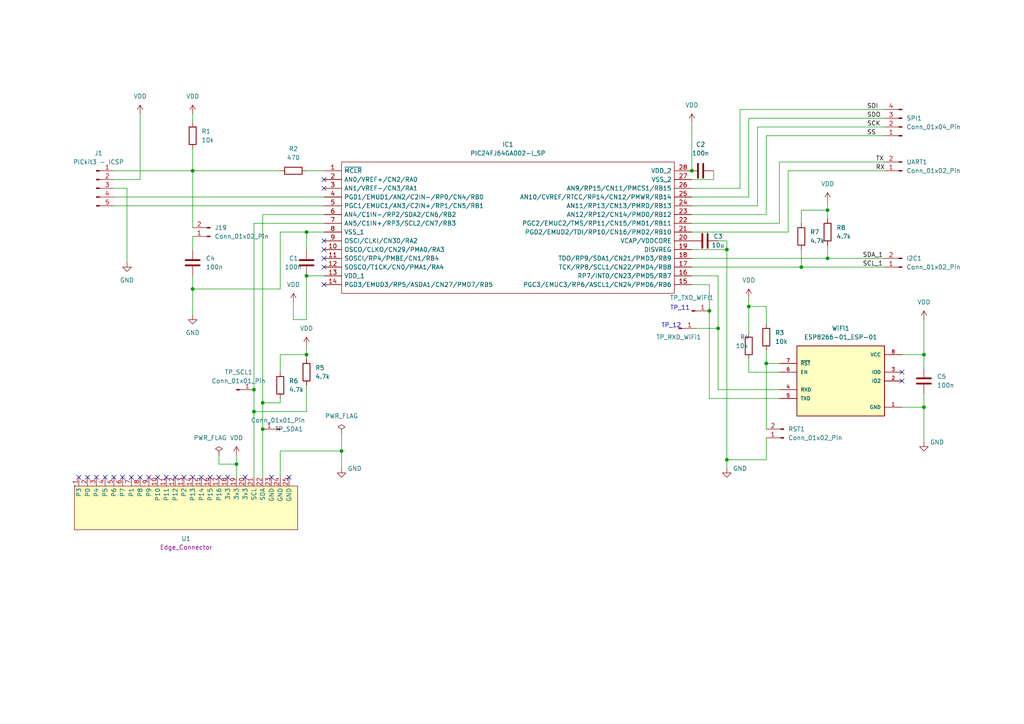
<source format=kicad_sch>
(kicad_sch (version 20230121) (generator eeschema)
  (paper "A4")
  (title_block (title "AUTONOMNO VOZILO") (date "2024-02-01") (company "ETF Banja Luka"))
  (lib_symbols
    (symbol "Connector:Conn_01x01_Pin" (pin_names (offset 1.016) hide)
      (property "Reference" "J" (at 0 2.54 0))
      (property "Value" "Conn_01x01_Pin" (at 0 -2.54 0))
      (symbol "Conn_01x01_Pin_1_1"
        (polyline (pts (xy 1.27 0) (xy 0.8636 0)) (stroke (width 0.1524)))
        (rectangle (start 0.8636 0.127) (end 0 -0.127) (stroke (width 0.1524)) (fill (type outline)))
        (pin passive line (at 5.08 0 180) (length 3.81) (name "Pin_1") (number "1"))
      )
    )
    (symbol "Connector:Conn_01x02_Pin" (pin_names (offset 1.016) hide)
      (property "Reference" "J" (at 0 2.54 0))
      (property "Value" "Conn_01x02_Pin" (at 0 -5.08 0))
      (symbol "Conn_01x02_Pin_1_1"
        (polyline (pts (xy 1.27 -2.54) (xy 0.8636 -2.54)) (stroke (width 0.1524)))
        (polyline (pts (xy 1.27 0) (xy 0.8636 0)) (stroke (width 0.1524)))
        (rectangle (start 0.8636 -2.413) (end 0 -2.667) (stroke (width 0.1524)) (fill (type outline)))
        (rectangle (start 0.8636 0.127) (end 0 -0.127) (stroke (width 0.1524)) (fill (type outline)))
        (pin passive line (at 5.08 0 180) (length 3.81) (name "Pin_1") (number "1"))
        (pin passive line (at 5.08 -2.54 180) (length 3.81) (name "Pin_2") (number "2"))
      )
    )
    (symbol "Connector:Conn_01x04_Pin" (pin_names (offset 1.016) hide)
      (property "Reference" "J" (at 0 5.08 0))
      (property "Value" "Conn_01x04_Pin" (at 0 -7.62 0))
      (symbol "Conn_01x04_Pin_1_1"
        (polyline (pts (xy 1.27 -5.08) (xy 0.8636 -5.08)) (stroke (width 0.1524)))
        (polyline (pts (xy 1.27 -2.54) (xy 0.8636 -2.54)) (stroke (width 0.1524)))
        (polyline (pts (xy 1.27 0) (xy 0.8636 0)) (stroke (width 0.1524)))
        (polyline (pts (xy 1.27 2.54) (xy 0.8636 2.54)) (stroke (width 0.1524)))
        (rectangle (start 0.8636 -4.953) (end 0 -5.207) (stroke (width 0.1524)) (fill (type outline)))
        (rectangle (start 0.8636 -2.413) (end 0 -2.667) (stroke (width 0.1524)) (fill (type outline)))
        (rectangle (start 0.8636 0.127) (end 0 -0.127) (stroke (width 0.1524)) (fill (type outline)))
        (rectangle (start 0.8636 2.667) (end 0 2.413) (stroke (width 0.1524)) (fill (type outline)))
        (pin passive line (at 5.08 2.54 180) (length 3.81) (name "Pin_1") (number "1"))
        (pin passive line (at 5.08 0 180) (length 3.81) (name "Pin_2") (number "2"))
        (pin passive line (at 5.08 -2.54 180) (length 3.81) (name "Pin_3") (number "3"))
        (pin passive line (at 5.08 -5.08 180) (length 3.81) (name "Pin_4") (number "4"))
      )
    )
    (symbol "Connector:Conn_01x05_Pin" (pin_names (offset 1.016) hide)
      (property "Reference" "J" (at 0 7.62 0))
      (property "Value" "Conn_01x05_Pin" (at 0 -7.62 0))
      (symbol "Conn_01x05_Pin_1_1"
        (polyline (pts (xy 1.27 -5.08) (xy 0.8636 -5.08)) (stroke (width 0.1524)))
        (polyline (pts (xy 1.27 -2.54) (xy 0.8636 -2.54)) (stroke (width 0.1524)))
        (polyline (pts (xy 1.27 0) (xy 0.8636 0)) (stroke (width 0.1524)))
        (polyline (pts (xy 1.27 2.54) (xy 0.8636 2.54)) (stroke (width 0.1524)))
        (polyline (pts (xy 1.27 5.08) (xy 0.8636 5.08)) (stroke (width 0.1524)))
        (rectangle (start 0.8636 -4.953) (end 0 -5.207) (stroke (width 0.1524)) (fill (type outline)))
        (rectangle (start 0.8636 -2.413) (end 0 -2.667) (stroke (width 0.1524)) (fill (type outline)))
        (rectangle (start 0.8636 0.127) (end 0 -0.127) (stroke (width 0.1524)) (fill (type outline)))
        (rectangle (start 0.8636 2.667) (end 0 2.413) (stroke (width 0.1524)) (fill (type outline)))
        (rectangle (start 0.8636 5.207) (end 0 4.953) (stroke (width 0.1524)) (fill (type outline)))
        (pin passive line (at 5.08 5.08 180) (length 3.81) (name "Pin_1") (number "1"))
        (pin passive line (at 5.08 2.54 180) (length 3.81) (name "Pin_2") (number "2"))
        (pin passive line (at 5.08 0 180) (length 3.81) (name "Pin_3") (number "3"))
        (pin passive line (at 5.08 -2.54 180) (length 3.81) (name "Pin_4") (number "4"))
        (pin passive line (at 5.08 -5.08 180) (length 3.81) (name "Pin_5") (number "5"))
      )
    )
    (symbol "Device:C" (pin_numbers hide) (pin_names (offset 0.254))
      (property "Reference" "C" (at 0.635 2.54 0))
      (property "Value" "C" (at 0.635 -2.54 0))
      (symbol "C_0_1"
        (polyline (pts (xy -2.032 -0.762) (xy 2.032 -0.762)) (stroke (width 0.508)))
        (polyline (pts (xy -2.032 0.762) (xy 2.032 0.762)) (stroke (width 0.508)))
      )
      (symbol "C_1_1"
        (pin passive line (at 0 3.81 270) (length 2.794) (name "~") (number "1"))
        (pin passive line (at 0 -3.81 90) (length 2.794) (name "~") (number "2"))
      )
    )
    (symbol "Device:R" (pin_numbers hide) (pin_names (offset 0))
      (property "Reference" "R" (at 2.032 0 90))
      (property "Value" "R" (at 0 0 90))
      (symbol "R_0_1"
        (rectangle (start -1.016 -2.54) (end 1.016 2.54) (stroke (width 0.254)))
      )
      (symbol "R_1_1"
        (pin passive line (at 0 3.81 270) (length 1.27) (name "~") (number "1"))
        (pin passive line (at 0 -3.81 90) (length 1.27) (name "~") (number "2"))
      )
    )
    (symbol "Edge_Connector:Edge_Connector"
      (property "Reference" "U" (at 1.27 66.04 0))
      (property "Symbol Name" "Edge_Connector" (at 6.35 -1.27 0))
      (symbol "Edge_Connector_1_1"
        (rectangle (start 0 64.77) (end 12.7 0) (fill (type background)))
        (pin input line (at -2.54 1.27 0) (length 2.54) (name "P3") (number "1"))
        (pin input line (at -2.54 24.13 0) (length 2.54) (name "P10") (number "10"))
        (pin input line (at -2.54 26.67 0) (length 2.54) (name "P11") (number "11"))
        (pin input line (at -2.54 29.21 0) (length 2.54) (name "P12") (number "12"))
        (pin input line (at -2.54 31.75 0) (length 2.54) (name "P2") (number "13"))
        (pin input line (at -2.54 34.29 0) (length 2.54) (name "P13") (number "14"))
        (pin input line (at -2.54 36.83 0) (length 2.54) (name "P14") (number "15"))
        (pin input line (at -2.54 39.37 0) (length 2.54) (name "P15") (number "16"))
        (pin input line (at -2.54 41.91 0) (length 2.54) (name "P16") (number "17"))
        (pin input line (at -2.54 44.45 0) (length 2.54) (name "3v3") (number "18"))
        (pin input line (at -2.54 46.99 0) (length 2.54) (name "3v3") (number "19"))
        (pin input line (at -2.54 3.81 0) (length 2.54) (name "P0") (number "2"))
        (pin input line (at -2.54 49.53 0) (length 2.54) (name "3v3") (number "20"))
        (pin input line (at -2.54 52.07 0) (length 2.54) (name "SCL") (number "21"))
        (pin input line (at -2.54 54.61 0) (length 2.54) (name "SDA") (number "22"))
        (pin input line (at -2.54 57.15 0) (length 2.54) (name "GND") (number "23"))
        (pin input line (at -2.54 59.69 0) (length 2.54) (name "GND") (number "24"))
        (pin input line (at -2.54 62.23 0) (length 2.54) (name "GND") (number "25"))
        (pin input line (at -2.54 6.35 0) (length 2.54) (name "P4") (number "3"))
        (pin input line (at -2.54 8.89 0) (length 2.54) (name "P5") (number "4"))
        (pin input line (at -2.54 11.43 0) (length 2.54) (name "P6") (number "5"))
        (pin input line (at -2.54 13.97 0) (length 2.54) (name "P7") (number "6"))
        (pin input line (at -2.54 16.51 0) (length 2.54) (name "P1") (number "7"))
        (pin input line (at -2.54 19.05 0) (length 2.54) (name "P8") (number "8"))
        (pin input line (at -2.54 21.59 0) (length 2.54) (name "P9") (number "9"))
      )
    )
    (symbol "PIC24FJ64GA002-I_SP:PIC24FJ64GA002-I_SP" (pin_names (offset 0.762))
      (property "Reference" "IC" (at 102.87 7.62 0))
      (property "Value" "PIC24FJ64GA002-I_SP" (at 102.87 5.08 0))
      (symbol "PIC24FJ64GA002-I_SP_0_0"
        (pin passive line (at 0 0 0) (length 5.08) (name "~{MCLR}") (number "1"))
        (pin passive line (at 0 -22.86 0) (length 5.08) (name "OSCO/CLKO/CN29/PMA0/RA3") (number "10"))
        (pin passive line (at 0 -25.4 0) (length 5.08) (name "SOSCI/RP4/PMBE/CN1/RB4") (number "11"))
        (pin passive line (at 0 -27.94 0) (length 5.08) (name "SOSCO/T1CK/CN0/PMA1/RA4") (number "12"))
        (pin passive line (at 0 -30.48 0) (length 5.08) (name "VDD_1") (number "13"))
        (pin passive line (at 0 -33.02 0) (length 5.08) (name "PGD3/EMUD3/RP5/ASDA1/CN27/PMD7/RB5") (number "14"))
        (pin passive line (at 106.68 -33.02 180) (length 5.08) (name "PGC3/EMUC3/RP6/ASCL1/CN24/PMD6/RB6") (number "15"))
        (pin passive line (at 106.68 -30.48 180) (length 5.08) (name "RP7/INT0/CN23/PMD5/RB7") (number "16"))
        (pin passive line (at 106.68 -27.94 180) (length 5.08) (name "TCK/RP8/SCL1/CN22/PMD4/RB8") (number "17"))
        (pin passive line (at 106.68 -25.4 180) (length 5.08) (name "TDO/RP9/SDA1/CN21/PMD3/RB9") (number "18"))
        (pin passive line (at 106.68 -22.86 180) (length 5.08) (name "DISVREG") (number "19"))
        (pin passive line (at 0 -2.54 0) (length 5.08) (name "AN0/VREF+/CN2/RA0") (number "2"))
        (pin passive line (at 106.68 -20.32 180) (length 5.08) (name "VCAP/VDDCORE") (number "20"))
        (pin passive line (at 106.68 -17.78 180) (length 5.08) (name "PGD2/EMUD2/TDI/RP10/CN16/PMD2/RB10") (number "21"))
        (pin passive line (at 106.68 -15.24 180) (length 5.08) (name "PGC2/EMUC2/TMS/RP11/CN15/PMD1/RB11") (number "22"))
        (pin passive line (at 106.68 -12.7 180) (length 5.08) (name "AN12/RP12/CN14/PMD0/RB12") (number "23"))
        (pin passive line (at 106.68 -10.16 180) (length 5.08) (name "AN11/RP13/CN13/PMRD/RB13") (number "24"))
        (pin passive line (at 106.68 -7.62 180) (length 5.08) (name "AN10/CVREF/RTCC/RP14/CN12/PMWR/RB14") (number "25"))
        (pin passive line (at 106.68 -5.08 180) (length 5.08) (name "AN9/RP15/CN11/PMCS1/RB15") (number "26"))
        (pin passive line (at 106.68 -2.54 180) (length 5.08) (name "VSS_2") (number "27"))
        (pin passive line (at 106.68 0 180) (length 5.08) (name "VDD_2") (number "28"))
        (pin passive line (at 0 -5.08 0) (length 5.08) (name "AN1/VREF-/CN3/RA1") (number "3"))
        (pin passive line (at 0 -7.62 0) (length 5.08) (name "PGD1/EMUD1/AN2/C2IN-/RP0/CN4/RB0") (number "4"))
        (pin passive line (at 0 -10.16 0) (length 5.08) (name "PGC1/EMUC1/AN3/C2IN+/RP1/CN5/RB1") (number "5"))
        (pin passive line (at 0 -12.7 0) (length 5.08) (name "AN4/C1IN-/RP2/SDA2/CN6/RB2") (number "6"))
        (pin passive line (at 0 -15.24 0) (length 5.08) (name "AN5/C1IN+/RP3/SCL2/CN7/RB3") (number "7"))
        (pin passive line (at 0 -17.78 0) (length 5.08) (name "VSS_1") (number "8"))
        (pin passive line (at 0 -20.32 0) (length 5.08) (name "OSCI/CLKI/CN30/RA2") (number "9"))
      )
      (symbol "PIC24FJ64GA002-I_SP_0_1"
        (polyline (pts (xy 5.08 2.54) (xy 101.6 2.54) (xy 101.6 -35.56) (xy 5.08 -35.56) (xy 5.08 2.54)) (stroke (width 0.1524)))
      )
    )
    (symbol "WiFi:ESP8266-01_ESP-01" (pin_names (offset 1.016))
      (property "Reference" "U" (at -12.7094 10.6778 0))
      (property "Value" "ESP8266-01_ESP-01" (at -12.7131 -12.7131 0))
      (symbol "ESP8266-01_ESP-01_0_0"
        (rectangle (start -12.7 -10.16) (end 12.7 10.16) (stroke (width 0.254)) (fill (type background)))
        (pin power_in line (at 17.78 -7.62 180) (length 5.08) (name "GND") (number "1"))
        (pin bidirectional line (at 17.78 0 180) (length 5.08) (name "IO2") (number "2"))
        (pin bidirectional line (at 17.78 2.54 180) (length 5.08) (name "IO0") (number "3"))
        (pin input line (at -17.78 -2.54 0) (length 5.08) (name "RXD") (number "4"))
        (pin output line (at -17.78 -5.08 0) (length 5.08) (name "TXD") (number "5"))
        (pin input line (at -17.78 2.54 0) (length 5.08) (name "EN") (number "6"))
        (pin input line (at -17.78 5.08 0) (length 5.08) (name "~{RST}") (number "7"))
        (pin power_in line (at 17.78 7.62 180) (length 5.08) (name "VCC") (number "8"))
      )
    )
    (symbol "power:GND" (power) (pin_names (offset 0))
      (property "Value" "GND" (at 0 -3.81 0))
      (symbol "GND_0_1"
        (polyline (pts (xy 0 0) (xy 0 -1.27) (xy 1.27 -1.27) (xy 0 -2.54) (xy -1.27 -1.27) (xy 0 -1.27)))
      )
      (symbol "GND_1_1"
        (pin power_in line (at 0 0 270) (length 0) hide (name "GND") (number "1"))
      )
    )
    (symbol "power:PWR_FLAG" (power) (pin_numbers hide) (pin_names (offset 0) hide)
      (property "Value" "PWR_FLAG" (at 0 3.81 0))
      (symbol "PWR_FLAG_0_0"
        (pin power_out line (at 0 0 90) (length 0) (name "pwr") (number "1"))
      )
      (symbol "PWR_FLAG_0_1"
        (polyline (pts (xy 0 0) (xy 0 1.27) (xy -1.016 1.905) (xy 0 2.54) (xy 1.016 1.905) (xy 0 1.27)))
      )
    )
    (symbol "power:VDD" (power) (pin_names (offset 0))
      (property "Value" "VDD" (at 0 3.81 0))
      (symbol "VDD_0_1"
        (polyline (pts (xy -0.762 1.27) (xy 0 2.54)))
        (polyline (pts (xy 0 0) (xy 0 2.54)))
        (polyline (pts (xy 0 2.54) (xy 0.762 1.27)))
      )
      (symbol "VDD_1_1"
        (pin power_in line (at 0 0 90) (length 0) hide (name "VDD") (number "1"))
      )
    )
  )
  (junction (at 88.9 102.87))
  (junction (at 55.88 83.82))
  (junction (at 88.9 67.31))
  (junction (at 222.25 105.41))
  (junction (at 267.97 118.11))
  (junction (at 240.03 74.93))
  (junction (at 55.88 49.53))
  (junction (at 73.66 119.38))
  (junction (at 76.2 124.46))
  (junction (at 205.74 90.17))
  (junction (at 68.58 134.62))
  (junction (at 208.28 95.25))
  (junction (at 232.41 77.47))
  (junction (at 73.66 113.03))
  (junction (at 217.17 88.9))
  (junction (at 267.97 102.87))
  (junction (at 210.82 133.35))
  (junction (at 240.03 60.96))
  (junction (at 99.06 130.81))
  (junction (at 210.82 72.39))
  (junction (at 200.66 49.53))
  (junction (at 88.9 80.01))
  (junction (at 76.2 116.84))
  (no_connect (at 55.88 138.43))
  (no_connect (at 25.4 138.43))
  (no_connect (at 35.56 138.43))
  (no_connect (at 93.98 72.39))
  (no_connect (at 71.12 138.43))
  (no_connect (at 33.02 138.43))
  (no_connect (at 93.98 77.47))
  (no_connect (at 93.98 74.93))
  (no_connect (at 58.42 138.43))
  (no_connect (at 43.18 138.43))
  (no_connect (at 78.74 138.43))
  (no_connect (at 261.62 107.95))
  (no_connect (at 30.48 138.43))
  (no_connect (at 48.26 138.43))
  (no_connect (at 93.98 52.07))
  (no_connect (at 50.8 138.43))
  (no_connect (at 38.1 138.43))
  (no_connect (at 60.96 138.43))
  (no_connect (at 63.5 138.43))
  (no_connect (at 93.98 82.55))
  (no_connect (at 261.62 110.49))
  (no_connect (at 40.64 138.43))
  (no_connect (at 83.82 138.43))
  (no_connect (at 93.98 69.85))
  (no_connect (at 45.72 138.43))
  (no_connect (at 53.34 138.43))
  (no_connect (at 66.04 138.43))
  (no_connect (at 27.94 138.43))
  (no_connect (at 93.98 54.61))
  (no_connect (at 22.86 138.43))
  (wire (pts (xy 55.88 49.53) (xy 55.88 66.04)))
  (wire (pts (xy 205.74 90.17) (xy 205.74 115.57)))
  (wire (pts (xy 261.62 102.87) (xy 267.97 102.87)))
  (wire (pts (xy 81.28 107.95) (xy 81.28 102.87)))
  (wire (pts (xy 81.28 138.43) (xy 81.28 130.81)))
  (wire (pts (xy 81.28 83.82) (xy 81.28 67.31)))
  (wire (pts (xy 81.28 67.31) (xy 88.9 67.31)))
  (wire (pts (xy 93.98 62.23) (xy 76.2 62.23)))
  (wire (pts (xy 232.41 64.77) (xy 232.41 60.96)))
  (wire (pts (xy 222.25 93.98) (xy 222.25 88.9)))
  (wire (pts (xy 228.6 49.53) (xy 256.54 49.53)))
  (wire (pts (xy 200.66 62.23) (xy 222.25 62.23)))
  (wire (pts (xy 76.2 124.46) (xy 76.2 138.43)))
  (wire (pts (xy 73.66 119.38) (xy 88.9 119.38)))
  (wire (pts (xy 205.74 82.55) (xy 205.74 90.17)))
  (wire (pts (xy 208.28 95.25) (xy 208.28 113.03)))
  (wire (pts (xy 214.63 31.75) (xy 256.54 31.75)))
  (wire (pts (xy 81.28 130.81) (xy 99.06 130.81)))
  (wire (pts (xy 73.66 64.77) (xy 73.66 113.03)))
  (wire (pts (xy 55.88 83.82) (xy 81.28 83.82)))
  (wire (pts (xy 200.66 57.15) (xy 217.17 57.15)))
  (wire (pts (xy 222.25 39.37) (xy 256.54 39.37)))
  (wire (pts (xy 217.17 107.95) (xy 226.06 107.95)))
  (wire (pts (xy 36.83 54.61) (xy 36.83 76.2)))
  (wire (pts (xy 63.5 132.08) (xy 63.5 134.62)))
  (wire (pts (xy 205.74 115.57) (xy 226.06 115.57)))
  (wire (pts (xy 240.03 71.12) (xy 240.03 74.93)))
  (wire (pts (xy 93.98 67.31) (xy 88.9 67.31)))
  (wire (pts (xy 222.25 127) (xy 222.25 133.35)))
  (wire (pts (xy 217.17 86.36) (xy 217.17 88.9)))
  (wire (pts (xy 200.66 72.39) (xy 210.82 72.39)))
  (wire (pts (xy 81.28 102.87) (xy 88.9 102.87)))
  (wire (pts (xy 55.88 68.58) (xy 55.88 72.39)))
  (wire (pts (xy 232.41 60.96) (xy 240.03 60.96)))
  (wire (pts (xy 217.17 34.29) (xy 256.54 34.29)))
  (wire (pts (xy 55.88 83.82) (xy 55.88 91.44)))
  (wire (pts (xy 88.9 67.31) (xy 88.9 72.39)))
  (wire (pts (xy 200.66 35.56) (xy 200.66 49.53)))
  (wire (pts (xy 210.82 72.39) (xy 210.82 69.85)))
  (wire (pts (xy 210.82 135.89) (xy 210.82 133.35)))
  (wire (pts (xy 33.02 49.53) (xy 55.88 49.53)))
  (wire (pts (xy 200.66 64.77) (xy 226.06 64.77)))
  (wire (pts (xy 33.02 52.07) (xy 40.64 52.07)))
  (wire (pts (xy 200.66 59.69) (xy 219.71 59.69)))
  (wire (pts (xy 200.66 80.01) (xy 208.28 80.01)))
  (wire (pts (xy 267.97 102.87) (xy 267.97 92.71)))
  (wire (pts (xy 267.97 118.11) (xy 267.97 128.27)))
  (wire (pts (xy 63.5 134.62) (xy 68.58 134.62)))
  (wire (pts (xy 200.66 77.47) (xy 232.41 77.47)))
  (wire (pts (xy 200.66 74.93) (xy 240.03 74.93)))
  (wire (pts (xy 207.01 52.07) (xy 207.01 49.53)))
  (wire (pts (xy 210.82 133.35) (xy 210.82 72.39)))
  (wire (pts (xy 200.66 82.55) (xy 205.74 82.55)))
  (wire (pts (xy 217.17 88.9) (xy 217.17 96.52)))
  (wire (pts (xy 200.66 67.31) (xy 228.6 67.31)))
  (wire (pts (xy 200.66 52.07) (xy 207.01 52.07)))
  (wire (pts (xy 232.41 77.47) (xy 256.54 77.47)))
  (wire (pts (xy 232.41 72.39) (xy 232.41 77.47)))
  (wire (pts (xy 222.25 105.41) (xy 226.06 105.41)))
  (wire (pts (xy 40.64 33.02) (xy 40.64 52.07)))
  (wire (pts (xy 222.25 101.6) (xy 222.25 105.41)))
  (wire (pts (xy 73.66 113.03) (xy 73.66 119.38)))
  (wire (pts (xy 208.28 113.03) (xy 226.06 113.03)))
  (wire (pts (xy 93.98 80.01) (xy 88.9 80.01)))
  (wire (pts (xy 200.66 49.53) (xy 199.39 49.53)))
  (wire (pts (xy 219.71 36.83) (xy 256.54 36.83)))
  (wire (pts (xy 219.71 59.69) (xy 219.71 36.83)))
  (wire (pts (xy 76.2 116.84) (xy 76.2 124.46)))
  (wire (pts (xy 222.25 88.9) (xy 217.17 88.9)))
  (wire (pts (xy 240.03 60.96) (xy 240.03 63.5)))
  (wire (pts (xy 201.93 95.25) (xy 208.28 95.25)))
  (wire (pts (xy 68.58 132.08) (xy 68.58 134.62)))
  (wire (pts (xy 55.88 49.53) (xy 81.28 49.53)))
  (wire (pts (xy 55.88 80.01) (xy 55.88 83.82)))
  (wire (pts (xy 210.82 69.85) (xy 208.28 69.85)))
  (wire (pts (xy 33.02 59.69) (xy 93.98 59.69)))
  (wire (pts (xy 99.06 130.81) (xy 99.06 135.89)))
  (wire (pts (xy 222.25 105.41) (xy 222.25 124.46)))
  (wire (pts (xy 217.17 104.14) (xy 217.17 107.95)))
  (wire (pts (xy 99.06 125.73) (xy 99.06 130.81)))
  (wire (pts (xy 226.06 46.99) (xy 256.54 46.99)))
  (wire (pts (xy 261.62 118.11) (xy 267.97 118.11)))
  (wire (pts (xy 85.09 87.63) (xy 85.09 92.71)))
  (wire (pts (xy 85.09 92.71) (xy 88.9 92.71)))
  (wire (pts (xy 222.25 133.35) (xy 210.82 133.35)))
  (wire (pts (xy 267.97 102.87) (xy 267.97 106.68)))
  (wire (pts (xy 73.66 119.38) (xy 73.66 138.43)))
  (wire (pts (xy 88.9 119.38) (xy 88.9 111.76)))
  (wire (pts (xy 208.28 80.01) (xy 208.28 95.25)))
  (wire (pts (xy 267.97 114.3) (xy 267.97 118.11)))
  (wire (pts (xy 88.9 49.53) (xy 93.98 49.53)))
  (wire (pts (xy 214.63 54.61) (xy 214.63 31.75)))
  (wire (pts (xy 88.9 100.33) (xy 88.9 102.87)))
  (wire (pts (xy 33.02 57.15) (xy 93.98 57.15)))
  (wire (pts (xy 33.02 54.61) (xy 36.83 54.61)))
  (wire (pts (xy 76.2 62.23) (xy 76.2 116.84)))
  (wire (pts (xy 88.9 92.71) (xy 88.9 80.01)))
  (wire (pts (xy 76.2 116.84) (xy 81.28 116.84)))
  (wire (pts (xy 217.17 57.15) (xy 217.17 34.29)))
  (wire (pts (xy 200.66 54.61) (xy 214.63 54.61)))
  (wire (pts (xy 55.88 49.53) (xy 55.88 43.18)))
  (wire (pts (xy 81.28 116.84) (xy 81.28 115.57)))
  (wire (pts (xy 93.98 64.77) (xy 73.66 64.77)))
  (wire (pts (xy 222.25 62.23) (xy 222.25 39.37)))
  (wire (pts (xy 240.03 74.93) (xy 256.54 74.93)))
  (wire (pts (xy 226.06 64.77) (xy 226.06 46.99)))
  (wire (pts (xy 228.6 67.31) (xy 228.6 49.53)))
  (wire (pts (xy 68.58 134.62) (xy 68.58 138.43)))
  (wire (pts (xy 240.03 58.42) (xy 240.03 60.96)))
  (wire (pts (xy 55.88 33.02) (xy 55.88 35.56)))
  (wire (pts (xy 88.9 102.87) (xy 88.9 104.14)))
  (text "TP_12\n" (at 191.77 95.25 0) (effects (font (size 1.27 1.27)) (justify left bottom)))
  (text "TP_11\n" (at 194.31 90.17 0) (effects (font (size 1.27 1.27)) (justify left bottom)))
  (label "SCL_1" (at 250.19 77.47 0))
  (label "SCK" (at 251.46 36.83 0))
  (label "RX" (at 254 49.53 0))
  (label "TX" (at 254 46.99 0))
  (label "SDA_1" (at 250.19 74.93 0))
  (label "SDI" (at 251.46 31.75 0))
  (label "SS" (at 251.46 39.37 0))
  (label "SDO" (at 251.46 34.29 0))
  (symbol (lib_id "Connector:Conn_01x02_Pin") (at 60.96 68.58 180) (unit 1)
    (property "Reference" "J19" (at 62.23 66.04 0) (effects (justify right)))
    (property "Value" "Conn_01x02_Pin" (at 62.23 68.58 0) (effects (justify right)))
    (property "Footprint" "P_2_HEADER:HDRV2W66P0X254_1X2_508X254X874P" (effects hide))
  )
  (symbol (lib_id "Device:R") (at 217.17 100.33 0) (unit 1)
    (property "Reference" "R4" (at 214.63 97.79 0) (effects (justify left)))
    (property "Value" "10k" (at 213.36 100.33 0) (effects (justify left)))
    (property "Footprint" "RES_10k_new:RESC2012X65N" (effects hide))
  )
  (symbol (lib_id "Device:R") (at 55.88 39.37 0) (unit 1)
    (property "Reference" "R1" (at 58.42 38.1 0) (effects (justify left)))
    (property "Value" "10k" (at 58.42 40.64 0) (effects (justify left)))
    (property "Footprint" "RES_10k_new:RESC2012X65N" (effects hide))
  )
  (symbol (lib_id "power:VDD") (at 267.97 92.71 0) (unit 1)
    (property "Reference" "#PWR07" (effects hide))
    (property "Value" "VDD" (at 267.97 87.63 0))
  )
  (symbol (lib_id "Edge_Connector:Edge_Connector") (at 21.59 140.97 270) (unit 1)
    (property "Reference" "U1" (at 53.975 156.21 90))
    (property "Value" "~" (at 21.59 140.97 0))
    (property "Footprint" "Edge_Connector_Library:Edge_Connector" (effects hide))
    (property "Symbol Name" "Edge_Connector" (at 53.975 158.75 90))
  )
  (symbol (lib_id "Connector:Conn_01x05_Pin") (at 27.94 54.61 0) (unit 1)
    (property "Reference" "J1" (at 28.575 44.45 0))
    (property "Value" "PICkit3 - ICSP" (at 28.575 46.99 0))
    (property "Footprint" "P_5_HEADER:HDRV5W67P0X254_1X5_1229X234X821P" (effects hide))
  )
  (symbol (lib_id "WiFi:ESP8266-01_ESP-01") (at 243.84 110.49 0) (unit 1)
    (property "Reference" "WiFi1" (at 243.84 95.25 0))
    (property "Value" "ESP8266-01_ESP-01" (at 243.84 97.79 0))
    (property "Footprint" "WiFi:XCVR_ESP8266-01_ESP-01" (effects hide))
    (property "MF" "AI-Thinker" (effects hide))
    (property "MAXIMUM_PACKAGE_HEIGHT" "11.2 mm" (effects hide))
    (property "Package" "Non-Standard AI-Thinker" (effects hide))
    (property "Price" "None" (effects hide))
    (property "Check_prices" "https://www.snapeda.com/parts/ESP8266-01/ESP-01/AI-Thinker/view-part/?ref=eda" (effects hide))
    (property "STANDARD" "Manufacturer recommendations or IPC 7351B" (effects hide))
    (property "PARTREV" "V1.2" (effects hide))
    (property "SnapEDA_Link" "https://www.snapeda.com/parts/ESP8266-01/ESP-01/AI-Thinker/view-part/?ref=snap" (effects hide))
    (property "MP" "ESP8266-01/ESP-01" (effects hide))
    (property "Description" "\nMakerFocus 4pcs ESP8266 ESP-01 Serial Wireless WiFi Transceiver Receiver Module 1MB SPI Flash DC3.0-3.6V Internet of Things WiFi Module Board Compatible with Ar duino\n" (effects hide))
    (property "Availability" "Not in stock" (effects hide))
    (property "MANUFACTURER" "AI-Thinker" (effects hide))
  )
  (symbol (lib_id "Connector:Conn_01x02_Pin") (at 227.33 127 180) (unit 1)
    (property "Reference" "RST1" (at 228.6 124.46 0) (effects (justify right)))
    (property "Value" "Conn_01x02_Pin" (at 228.6 127 0) (effects (justify right)))
    (property "Footprint" "P_2_HEADER:HDRV2W66P0X254_1X2_508X254X874P" (effects hide))
  )
  (symbol (lib_id "power:GND") (at 99.06 135.89 0) (unit 1)
    (property "Reference" "#PWR011" (effects hide))
    (property "Value" "GND" (at 102.87 135.89 0))
  )
  (symbol (lib_id "power:VDD") (at 240.03 58.42 0) (unit 1)
    (property "Reference" "#PWR014" (effects hide))
    (property "Value" "VDD" (at 240.03 53.34 0))
  )
  (symbol (lib_id "Connector:Conn_01x01_Pin") (at 68.58 113.03 0) (unit 1)
    (property "Reference" "TP_SCL1" (at 69.215 107.95 0))
    (property "Value" "Conn_01x01_Pin" (at 69.215 110.49 0))
    (property "Footprint" "Connector_Wire:SolderWire-0.1sqmm_1x01_D0.4mm_OD1mm" (effects hide))
  )
  (symbol (lib_id "Device:R") (at 240.03 67.31 0) (unit 1)
    (property "Reference" "R8" (at 242.57 66.04 0) (effects (justify left)))
    (property "Value" "4.7k" (at 242.57 68.58 0) (effects (justify left)))
    (property "Footprint" "RES_4k7_new:ERA6AEB1020V" (effects hide))
  )
  (symbol (lib_id "power:GND") (at 267.97 128.27 0) (unit 1)
    (property "Reference" "#PWR08" (effects hide))
    (property "Value" "GND" (at 271.78 128.27 0))
  )
  (symbol (lib_id "Connector:Conn_01x02_Pin") (at 261.62 49.53 180) (unit 1)
    (property "Reference" "UART1" (at 262.89 46.99 0) (effects (justify right)))
    (property "Value" "Conn_01x02_Pin" (at 262.89 49.53 0) (effects (justify right)))
    (property "Footprint" "P_2_HEADER:HDRV2W66P0X254_1X2_508X254X874P" (effects hide))
  )
  (symbol (lib_id "Device:C") (at 203.2 49.53 90) (unit 1)
    (property "Reference" "C2" (at 203.2 41.91 90))
    (property "Value" "100n" (at 203.2 44.45 90))
    (property "Footprint" "CAP_0.1uF:C1812" (effects hide))
  )
  (symbol (lib_id "power:PWR_FLAG") (at 63.5 132.08 0) (unit 1)
    (property "Reference" "#FLG03" (effects hide))
    (property "Value" "PWR_FLAG" (at 60.96 127 0))
  )
  (symbol (lib_id "PIC24FJ64GA002-I_SP:PIC24FJ64GA002-I_SP") (at 93.98 49.53 0) (unit 1)
    (property "Reference" "IC1" (at 147.32 41.91 0))
    (property "Value" "PIC24FJ64GA002-I_SP" (at 147.32 44.45 0))
    (property "Footprint" "PIC24FJ64GA002:DIP794W56P254L3486H508Q28N" (effects hide))
    (property "Description" "Micro 16b, 64KB Fl, PIC24FJ64GA002-I/SP Microchip PIC24FJ64GA002-I/SP, 16bit PIC Microcontroller, 32MHz, 64 kB Flash, 28-Pin SPDIP" (effects hide))
    (property "Height" "5.08" (effects hide))
    (property "Mouser Part Number" "579-PIC24FJ64GA002SP" (effects hide))
    (property "Mouser Price/Stock" "https://www.mouser.co.uk/ProductDetail/Microchip-Technology/PIC24FJ64GA002-I-SP?qs=V%2FyyTCAHA4ChMHX5BWhjEA%3D%3D" (effects hide))
    (property "Manufacturer_Name" "Microchip" (effects hide))
    (property "Manufacturer_Part_Number" "PIC24FJ64GA002-I/SP" (effects hide))
  )
  (symbol (lib_id "power:VDD") (at 55.88 33.02 0) (unit 1)
    (property "Reference" "#PWR01" (effects hide))
    (property "Value" "VDD" (at 55.88 27.94 0))
  )
  (symbol (lib_id "Connector:Conn_01x04_Pin") (at 261.62 36.83 180) (unit 1)
    (property "Reference" "SPI1" (at 262.89 34.29 0) (effects (justify right)))
    (property "Value" "Conn_01x04_Pin" (at 262.89 36.83 0) (effects (justify right)))
    (property "Footprint" "P_4_HEADER:HDRV4W64P0X254_1X4_1016X254X889P" (effects hide))
  )
  (symbol (lib_id "Device:C") (at 267.97 110.49 180) (unit 1)
    (property "Reference" "C5" (at 271.78 109.22 0) (effects (justify right)))
    (property "Value" "100n" (at 271.78 111.76 0) (effects (justify right)))
    (property "Footprint" "CAP_0.1uF:C1812" (effects hide))
  )
  (symbol (lib_id "power:VDD") (at 40.64 33.02 0) (unit 1)
    (property "Reference" "#PWR09" (effects hide))
    (property "Value" "VDD" (at 40.64 27.94 0))
  )
  (symbol (lib_id "Device:R") (at 88.9 107.95 0) (unit 1)
    (property "Reference" "R5" (at 91.44 106.68 0) (effects (justify left)))
    (property "Value" "4.7k" (at 91.44 109.22 0) (effects (justify left)))
    (property "Footprint" "RES_4k7_new:ERA6AEB1020V" (effects hide))
  )
  (symbol (lib_id "Device:C") (at 204.47 69.85 90) (unit 1)
    (property "Reference" "C3" (at 208.28 68.58 90))
    (property "Value" "10u" (at 208.28 71.12 90))
    (property "Footprint" "CAP_10uF:C1812" (effects hide))
  )
  (symbol (lib_id "Device:R") (at 222.25 97.79 0) (unit 1)
    (property "Reference" "R3" (at 224.79 96.52 0) (effects (justify left)))
    (property "Value" "10k" (at 224.79 99.06 0) (effects (justify left)))
    (property "Footprint" "RES_10k_new:RESC2012X65N" (effects hide))
  )
  (symbol (lib_id "power:PWR_FLAG") (at 99.06 125.73 0) (unit 1)
    (property "Reference" "#FLG01" (effects hide))
    (property "Value" "PWR_FLAG" (at 99.06 120.65 0))
  )
  (symbol (lib_id "Connector:Conn_01x02_Pin") (at 261.62 77.47 180) (unit 1)
    (property "Reference" "I2C1" (at 262.89 74.93 0) (effects (justify right)))
    (property "Value" "Conn_01x02_Pin" (at 262.89 77.47 0) (effects (justify right)))
    (property "Footprint" "P_2_HEADER:HDRV2W66P0X254_1X2_508X254X874P" (effects hide))
  )
  (symbol (lib_id "power:GND") (at 36.83 76.2 0) (unit 1)
    (property "Reference" "#PWR010" (effects hide))
    (property "Value" "GND" (at 36.83 81.28 0))
  )
  (symbol (lib_id "Device:C") (at 88.9 76.2 0) (unit 1)
    (property "Reference" "C1" (at 83.82 74.93 0) (effects (justify left)))
    (property "Value" "100n" (at 82.55 77.47 0) (effects (justify left)))
    (property "Footprint" "CAP_0.1uF:C1812" (effects hide))
  )
  (symbol (lib_id "power:VDD") (at 88.9 100.33 0) (unit 1)
    (property "Reference" "#PWR013" (effects hide))
    (property "Value" "VDD" (at 88.9 95.25 0))
  )
  (symbol (lib_id "Connector:Conn_01x01_Pin") (at 200.66 90.17 0) (unit 1)
    (property "Reference" "TP_TXD_WiFI1" (at 200.66 86.36 0))
    (property "Value" "Conn_01x01_Pin" (effects hide))
    (property "Footprint" "Connector_Wire:SolderWire-0.1sqmm_1x01_D0.4mm_OD1mm" (effects hide))
  )
  (symbol (lib_id "Device:C") (at 55.88 76.2 0) (unit 1)
    (property "Reference" "C4" (at 59.69 74.93 0) (effects (justify left)))
    (property "Value" "100n" (at 59.69 77.47 0) (effects (justify left)))
    (property "Footprint" "CAP_0.1uF:C1812" (effects hide))
  )
  (symbol (lib_id "Connector:Conn_01x01_Pin") (at 196.85 95.25 0) (unit 1)
    (property "Reference" "TP_RXD_WiFi1" (at 196.85 97.79 0))
    (property "Value" "Conn_01x01_Pin" (effects hide))
    (property "Footprint" "Connector_Wire:SolderWire-0.1sqmm_1x01_D0.4mm_OD1mm" (effects hide))
  )
  (symbol (lib_id "power:VDD") (at 85.09 87.63 0) (unit 1)
    (property "Reference" "#PWR06" (effects hide))
    (property "Value" "VDD" (at 85.09 82.55 0))
  )
  (symbol (lib_id "Device:R") (at 232.41 68.58 0) (unit 1)
    (property "Reference" "R7" (at 234.95 67.31 0) (effects (justify left)))
    (property "Value" "4.7k" (at 234.95 69.85 0) (effects (justify left)))
    (property "Footprint" "RES_4k7_new:ERA6AEB1020V" (effects hide))
  )
  (symbol (lib_id "power:VDD") (at 217.17 86.36 0) (unit 1)
    (property "Reference" "#PWR02" (effects hide))
    (property "Value" "VDD" (at 217.17 81.28 0))
  )
  (symbol (lib_id "power:GND") (at 55.88 91.44 0) (unit 1)
    (property "Reference" "#PWR04" (effects hide))
    (property "Value" "GND" (at 55.88 96.52 0))
  )
  (symbol (lib_id "power:VDD") (at 200.66 35.56 0) (unit 1)
    (property "Reference" "#PWR05" (effects hide))
    (property "Value" "VDD" (at 200.66 30.48 0))
  )
  (symbol (lib_id "Connector:Conn_01x01_Pin") (at 81.28 124.46 180) (unit 1)
    (property "Reference" "TP_SDA1" (at 83.82 124.46 0))
    (property "Value" "Conn_01x01_Pin" (at 80.645 121.92 0))
    (property "Footprint" "Connector_Wire:SolderWire-0.1sqmm_1x01_D0.4mm_OD1mm" (effects hide))
  )
  (symbol (lib_id "Device:R") (at 85.09 49.53 90) (unit 1)
    (property "Reference" "R2" (at 85.09 43.18 90))
    (property "Value" "470" (at 85.09 45.72 90))
    (property "Footprint" "RES_470_new:ERA6VK" (effects hide))
  )
  (symbol (lib_id "Device:R") (at 81.28 111.76 0) (unit 1)
    (property "Reference" "R6" (at 83.82 110.49 0) (effects (justify left)))
    (property "Value" "4.7k" (at 83.82 113.03 0) (effects (justify left)))
    (property "Footprint" "RES_4k7_new:ERA6AEB1020V" (effects hide))
  )
  (symbol (lib_id "power:VDD") (at 68.58 132.08 0) (unit 1)
    (property "Reference" "#PWR012" (effects hide))
    (property "Value" "VDD" (at 68.58 127 0))
  )
  (symbol (lib_id "power:GND") (at 210.82 135.89 0) (unit 1)
    (property "Reference" "#PWR03" (effects hide))
    (property "Value" "GND" (at 214.63 135.89 0))
  )
)
</source>
